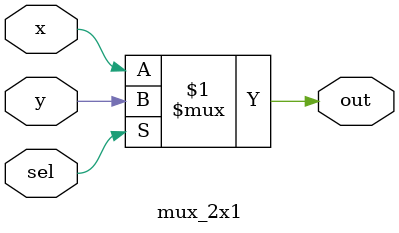
<source format=v>
module mux_2x1 (out,x,y,sel);

	output out;
	input x, y, sel;
	
	assign out = (sel) ? y : x; 
	
endmodule

</source>
